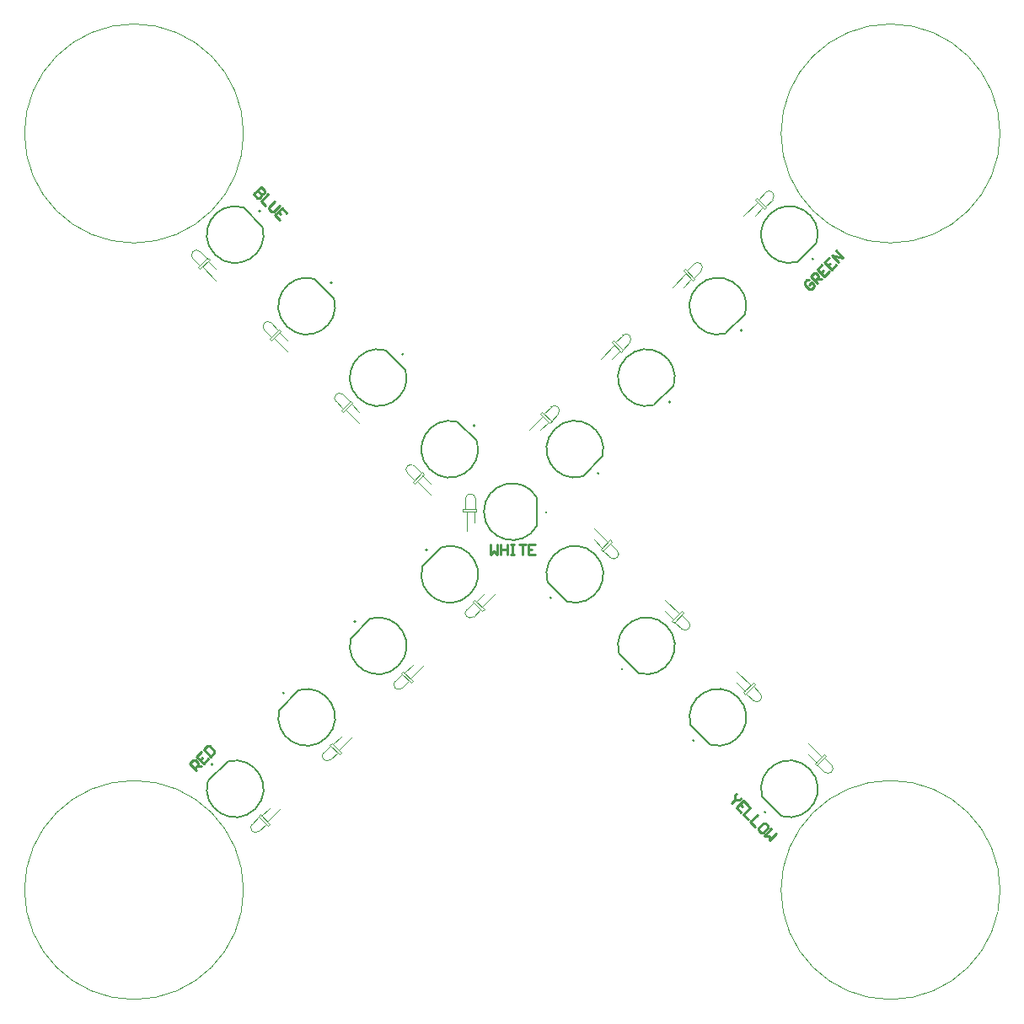
<source format=gbr>
%TF.GenerationSoftware,Altium Limited,Altium Designer,20.1.8 (145)*%
G04 Layer_Color=65535*
%FSLAX45Y45*%
%MOMM*%
%TF.SameCoordinates,71AC3D83-D9DD-4B8C-8FBF-A9C29C1C1930*%
%TF.FilePolarity,Positive*%
%TF.FileFunction,Legend,Top*%
%TF.Part,Single*%
G01*
G75*
%TA.AperFunction,NonConductor*%
%ADD45C,0.10160*%
%ADD48C,0.20320*%
%ADD77C,0.02540*%
%ADD78C,0.20000*%
%ADD79C,0.25400*%
D45*
X3137433Y-2614174D02*
G03*
X3208143Y-2543463I35355J35355D01*
G01*
X2419012Y-1895753D02*
G03*
X2489723Y-1825043I35355J35355D01*
G01*
X1700592Y-1177333D02*
G03*
X1771302Y-1106622I35355J35355D01*
G01*
X982171Y-458912D02*
G03*
X1052882Y-388202I35355J35355D01*
G01*
X-370000Y130000D02*
G03*
X-470000Y130000I-50000J0D01*
G01*
X2614174Y3137433D02*
G03*
X2543463Y3208143I-35355J35355D01*
G01*
X1895753Y2419012D02*
G03*
X1825043Y2489723I-35355J35355D01*
G01*
X458912Y982171D02*
G03*
X388202Y1052882I-35355J35355D01*
G01*
X1177333Y1700592D02*
G03*
X1106622Y1771302I-35355J35355D01*
G01*
X-982171Y458912D02*
G03*
X-1052882Y388202I-35355J-35355D01*
G01*
X-3137433Y2614174D02*
G03*
X-3208143Y2543463I-35355J-35355D01*
G01*
X-2419012Y1895753D02*
G03*
X-2489723Y1825043I-35355J-35355D01*
G01*
X-1700592Y1177333D02*
G03*
X-1771302Y1106622I-35355J-35355D01*
G01*
X-2614174Y-3137433D02*
G03*
X-2543463Y-3208143I35355J-35355D01*
G01*
X-1895753Y-2419012D02*
G03*
X-1825043Y-2489723I35355J-35355D01*
G01*
X-458912Y-982171D02*
G03*
X-388202Y-1052882I35355J-35355D01*
G01*
X-1177333Y-1700592D02*
G03*
X-1106622Y-1771302I35355J-35355D01*
G01*
X3041973Y-2532856D02*
X3059651Y-2550534D01*
X3137432Y-2437397D02*
X3155110Y-2455075D01*
X3059651Y-2550534D02*
X3155110Y-2455075D01*
X3041973Y-2532856D02*
X3137432Y-2437397D01*
X3066722Y-2543463D02*
X3137433Y-2614174D01*
X3137432Y-2472752D02*
X3208143Y-2543463D01*
X2974798Y-2324260D02*
X3112684Y-2462146D01*
X2974798Y-2437397D02*
X3056115Y-2518714D01*
X2323553Y-1814436D02*
X2341230Y-1832113D01*
X2419012Y-1718976D02*
X2436690Y-1736654D01*
X2341230Y-1832113D02*
X2436690Y-1736654D01*
X2323553Y-1814436D02*
X2419012Y-1718976D01*
X2348301Y-1825043D02*
X2419012Y-1895753D01*
X2419012Y-1754332D02*
X2489723Y-1825043D01*
X2256378Y-1605840D02*
X2394263Y-1743725D01*
X2256378Y-1718976D02*
X2337695Y-1800294D01*
X1605132Y-1096015D02*
X1622810Y-1113693D01*
X1700591Y-1000556D02*
X1718269Y-1018234D01*
X1622810Y-1113693D02*
X1718269Y-1018234D01*
X1605132Y-1096015D02*
X1700591Y-1000556D01*
X1629881Y-1106622D02*
X1700592Y-1177333D01*
X1700591Y-1035911D02*
X1771302Y-1106622D01*
X1537957Y-887419D02*
X1675843Y-1025305D01*
X1537957Y-1000556D02*
X1619274Y-1081873D01*
X886712Y-377595D02*
X904389Y-395273D01*
X982171Y-282136D02*
X999849Y-299813D01*
X904389Y-395273D02*
X999849Y-299813D01*
X886712Y-377595D02*
X982171Y-282136D01*
X911460Y-388202D02*
X982171Y-458912D01*
X982171Y-317491D02*
X1052882Y-388202D01*
X819537Y-168999D02*
X957422Y-306884D01*
X819537Y-282136D02*
X900854Y-363453D01*
X-360000Y5000D02*
Y30000D01*
X-495000Y5000D02*
Y30000D01*
X-360000D01*
X-495000Y5000D02*
X-360000D01*
X-370000Y30000D02*
Y130000D01*
X-470000Y30000D02*
Y130000D01*
X-460000Y-190000D02*
Y5000D01*
X-380000Y-110000D02*
X-380000Y5000D01*
X2532856Y3041973D02*
X2550534Y3059651D01*
X2437397Y3137432D02*
X2455075Y3155110D01*
X2550534Y3059651D01*
X2437397Y3137432D02*
X2532856Y3041973D01*
X2543463Y3066722D02*
X2614174Y3137433D01*
X2472752Y3137432D02*
X2543463Y3208143D01*
X2324260Y2974798D02*
X2462146Y3112684D01*
X2437397Y2974798D02*
X2518714Y3056115D01*
X1814436Y2323553D02*
X1832113Y2341230D01*
X1718976Y2419012D02*
X1736654Y2436690D01*
X1832113Y2341230D01*
X1718976Y2419012D02*
X1814436Y2323553D01*
X1825043Y2348301D02*
X1895753Y2419012D01*
X1754332Y2419012D02*
X1825043Y2489723D01*
X1605840Y2256378D02*
X1743725Y2394263D01*
X1718976Y2256378D02*
X1800294Y2337695D01*
X377595Y886712D02*
X395273Y904389D01*
X282136Y982171D02*
X299813Y999849D01*
X395273Y904389D01*
X282136Y982171D02*
X377595Y886712D01*
X388202Y911460D02*
X458912Y982171D01*
X317491Y982171D02*
X388202Y1052882D01*
X168999Y819537D02*
X306884Y957422D01*
X282136Y819537D02*
X363453Y900854D01*
X1096015Y1605132D02*
X1113693Y1622810D01*
X1000556Y1700591D02*
X1018234Y1718269D01*
X1113693Y1622810D01*
X1000556Y1700591D02*
X1096015Y1605132D01*
X1106622Y1629881D02*
X1177333Y1700592D01*
X1035911Y1700591D02*
X1106622Y1771302D01*
X887419Y1537957D02*
X1025305Y1675843D01*
X1000556Y1537957D02*
X1081873Y1619274D01*
X-904389Y395273D02*
X-886712Y377595D01*
X-999849Y299813D02*
X-982171Y282136D01*
X-999849Y299813D02*
X-904389Y395273D01*
X-982171Y282136D02*
X-886712Y377595D01*
X-982171Y458912D02*
X-911460Y388202D01*
X-1052882Y388202D02*
X-982171Y317491D01*
X-957422Y306884D02*
X-819537Y168999D01*
X-900854Y363453D02*
X-819537Y282136D01*
X-3059651Y2550534D02*
X-3041973Y2532856D01*
X-3155110Y2455075D02*
X-3137432Y2437397D01*
X-3155110Y2455075D02*
X-3059651Y2550534D01*
X-3137432Y2437397D02*
X-3041973Y2532856D01*
X-3137433Y2614174D02*
X-3066722Y2543463D01*
X-3208143Y2543463D02*
X-3137432Y2472752D01*
X-3112684Y2462146D02*
X-2974798Y2324260D01*
X-3056115Y2518714D02*
X-2974798Y2437397D01*
X-2341230Y1832113D02*
X-2323553Y1814436D01*
X-2436690Y1736654D02*
X-2419012Y1718976D01*
X-2436690Y1736654D02*
X-2341230Y1832113D01*
X-2419012Y1718976D02*
X-2323553Y1814436D01*
X-2419012Y1895753D02*
X-2348301Y1825043D01*
X-2489723Y1825043D02*
X-2419012Y1754332D01*
X-2394263Y1743725D02*
X-2256378Y1605840D01*
X-2337695Y1800294D02*
X-2256378Y1718976D01*
X-1622810Y1113693D02*
X-1605132Y1096015D01*
X-1718269Y1018234D02*
X-1700591Y1000556D01*
X-1718269Y1018234D02*
X-1622810Y1113693D01*
X-1700591Y1000556D02*
X-1605132Y1096015D01*
X-1700592Y1177333D02*
X-1629881Y1106622D01*
X-1771302Y1106622D02*
X-1700591Y1035911D01*
X-1675843Y1025305D02*
X-1537957Y887419D01*
X-1619274Y1081873D02*
X-1537957Y1000556D01*
X-2550534Y-3059651D02*
X-2532856Y-3041973D01*
X-2455075Y-3155110D02*
X-2437397Y-3137432D01*
X-2550534Y-3059651D02*
X-2455075Y-3155110D01*
X-2532856Y-3041973D02*
X-2437397Y-3137432D01*
X-2614174Y-3137433D02*
X-2543463Y-3066722D01*
X-2543463Y-3208143D02*
X-2472752Y-3137432D01*
X-2462146Y-3112684D02*
X-2324260Y-2974798D01*
X-2518714Y-3056115D02*
X-2437397Y-2974798D01*
X-1832113Y-2341230D02*
X-1814436Y-2323553D01*
X-1736654Y-2436690D02*
X-1718976Y-2419012D01*
X-1832113Y-2341230D02*
X-1736654Y-2436690D01*
X-1814436Y-2323553D02*
X-1718976Y-2419012D01*
X-1895753Y-2419012D02*
X-1825043Y-2348301D01*
X-1825043Y-2489723D02*
X-1754332Y-2419012D01*
X-1743725Y-2394263D02*
X-1605840Y-2256378D01*
X-1800294Y-2337695D02*
X-1718976Y-2256378D01*
X-395273Y-904389D02*
X-377595Y-886712D01*
X-299813Y-999849D02*
X-282136Y-982171D01*
X-395273Y-904389D02*
X-299813Y-999849D01*
X-377595Y-886712D02*
X-282136Y-982171D01*
X-458912Y-982171D02*
X-388202Y-911460D01*
X-388202Y-1052882D02*
X-317491Y-982171D01*
X-306884Y-957422D02*
X-168999Y-819537D01*
X-363453Y-900854D02*
X-282136Y-819537D01*
X-1113693Y-1622810D02*
X-1096015Y-1605132D01*
X-1018234Y-1718269D02*
X-1000556Y-1700591D01*
X-1113693Y-1622810D02*
X-1018234Y-1718269D01*
X-1096015Y-1605132D02*
X-1000556Y-1700591D01*
X-1177333Y-1700592D02*
X-1106622Y-1629881D01*
X-1106622Y-1771302D02*
X-1035911Y-1700591D01*
X-1025305Y-1675843D02*
X-887419Y-1537957D01*
X-1081873Y-1619274D02*
X-1000556Y-1537957D01*
D48*
X2510869Y-2864422D02*
X2703130Y-3056683D01*
X1792448Y-2146002D02*
X1984709Y-2338263D01*
X1074028Y-1427581D02*
X1266289Y-1619842D01*
X355607Y-709161D02*
X547868Y-901422D01*
X250000Y-136095D02*
Y135803D01*
X2864422Y2510869D02*
X3056683Y2703130D01*
X2146002Y1792448D02*
X2338263Y1984709D01*
X709161Y355607D02*
X901422Y547868D01*
X1427581Y1074028D02*
X1619842Y1266289D01*
X-547868Y901422D02*
X-355607Y709161D01*
X-2703130Y3056683D02*
X-2510869Y2864422D01*
X-1984709Y2338263D02*
X-1792448Y2146002D01*
X-1266289Y1619842D02*
X-1074028Y1427581D01*
X-3056683Y-2703130D02*
X-2864422Y-2510869D01*
X-2338263Y-1984709D02*
X-2146002Y-1792448D01*
X-901422Y-547868D02*
X-709161Y-355607D01*
X-1619842Y-1266289D02*
X-1427581Y-1074028D01*
D77*
X-2700000Y-3800000D02*
G03*
X-2700000Y-3800000I-1100000J0D01*
G01*
X4900000D02*
G03*
X4900000Y-3800000I-1100000J0D01*
G01*
X-2700000Y3800000D02*
G03*
X-2700000Y3800000I-1100000J0D01*
G01*
X4900000D02*
G03*
X4900000Y3800000I-1100000J0D01*
G01*
D78*
X2545892Y-3019063D02*
G03*
X2545892Y-3019063I-7237J0D01*
G01*
X2704804Y-3057690D02*
G03*
X2510033Y-2862830I79076J273810D01*
G01*
X1827471Y-2300643D02*
G03*
X1827471Y-2300643I-7237J0D01*
G01*
X1986383Y-2339269D02*
G03*
X1791613Y-2144410I79076J273810D01*
G01*
X1109051Y-1582222D02*
G03*
X1109051Y-1582222I-7237J0D01*
G01*
X1267963Y-1620849D02*
G03*
X1073192Y-1425990I79076J273810D01*
G01*
X390630Y-863802D02*
G03*
X390630Y-863802I-7237J0D01*
G01*
X549542Y-902428D02*
G03*
X354772Y-707569I79076J273810D01*
G01*
X346937Y-7100D02*
G03*
X346937Y-7100I-7237J0D01*
G01*
X249528Y137698D02*
G03*
X249465Y-137812I-249528J-137698D01*
G01*
X3026300Y2538655D02*
G03*
X3026300Y2538655I-7237J0D01*
G01*
X3057690Y2704804D02*
G03*
X2862830Y2510033I-273810J79076D01*
G01*
X2307880Y1820234D02*
G03*
X2307880Y1820234I-7237J0D01*
G01*
X2339269Y1986383D02*
G03*
X2144410Y1791613I-273810J79076D01*
G01*
X871039Y383393D02*
G03*
X871039Y383393I-7237J0D01*
G01*
X902428Y549542D02*
G03*
X707569Y354772I-273810J79076D01*
G01*
X1589459Y1101814D02*
G03*
X1589459Y1101814I-7237J0D01*
G01*
X1620849Y1267963D02*
G03*
X1425990Y1073192I-273810J79076D01*
G01*
X-549542Y902428D02*
G03*
X-354772Y707569I-79076J-273810D01*
G01*
X-376156Y863802D02*
G03*
X-376156Y863802I-7237J0D01*
G01*
X-2704804Y3057690D02*
G03*
X-2510033Y2862830I-79076J-273810D01*
G01*
X-2531418Y3019063D02*
G03*
X-2531418Y3019063I-7237J0D01*
G01*
X-1986383Y2339269D02*
G03*
X-1791613Y2144410I-79076J-273810D01*
G01*
X-1812997Y2300643D02*
G03*
X-1812997Y2300643I-7237J0D01*
G01*
X-1267963Y1620849D02*
G03*
X-1073192Y1425990I-79076J-273810D01*
G01*
X-1094577Y1582222D02*
G03*
X-1094577Y1582222I-7237J0D01*
G01*
X-3011826Y-2538655D02*
G03*
X-3011826Y-2538655I-7237J0D01*
G01*
X-3057690Y-2704804D02*
G03*
X-2862830Y-2510033I273810J-79076D01*
G01*
X-2293406Y-1820234D02*
G03*
X-2293406Y-1820234I-7237J0D01*
G01*
X-2339269Y-1986383D02*
G03*
X-2144410Y-1791613I273810J-79076D01*
G01*
X-856565Y-383393D02*
G03*
X-856565Y-383393I-7237J0D01*
G01*
X-902428Y-549542D02*
G03*
X-707569Y-354772I273810J-79076D01*
G01*
X-1574985Y-1101814D02*
G03*
X-1574985Y-1101814I-7237J0D01*
G01*
X-1620849Y-1267963D02*
G03*
X-1425990Y-1073192I273810J-79076D01*
G01*
D79*
X-217307Y-328476D02*
Y-428444D01*
X-183985Y-395121D01*
X-150662Y-428444D01*
Y-328476D01*
X-117340D02*
Y-428444D01*
Y-378460D01*
X-50695D01*
Y-328476D01*
Y-428444D01*
X-17372Y-328476D02*
X15951D01*
X-710D01*
Y-428444D01*
X-17372D01*
X15951D01*
X65935Y-328476D02*
X132580D01*
X99257D01*
Y-428444D01*
X232547Y-328476D02*
X165902D01*
Y-428444D01*
X232547D01*
X165902Y-378460D02*
X199225D01*
X-3170407Y-2601014D02*
X-3241095Y-2530326D01*
X-3205751Y-2494983D01*
X-3182188D01*
X-3158625Y-2518545D01*
Y-2542108D01*
X-3193969Y-2577452D01*
X-3170407Y-2553889D02*
X-3123282D01*
Y-2412513D02*
X-3170407Y-2459638D01*
X-3099719Y-2530326D01*
X-3052594Y-2483201D01*
X-3135063Y-2494983D02*
X-3111500Y-2471420D01*
X-3099719Y-2388951D02*
X-3029031Y-2459638D01*
X-2993687Y-2424295D01*
X-2993687Y-2400732D01*
X-3040812Y-2353607D01*
X-3064375Y-2353607D01*
X-3099719Y-2388951D01*
X2250602Y-2832694D02*
X2238820Y-2844475D01*
Y-2891601D01*
X2285946D01*
X2297727Y-2879819D01*
X2238820Y-2891601D02*
X2203476Y-2926944D01*
X2368415Y-2950507D02*
X2321290Y-2903382D01*
X2250602Y-2974070D01*
X2297727Y-3021195D01*
X2285946Y-2938726D02*
X2309508Y-2962288D01*
X2391978Y-2974070D02*
X2321290Y-3044758D01*
X2368415Y-3091883D01*
X2462665Y-3044758D02*
X2391978Y-3115446D01*
X2439103Y-3162571D01*
X2568697Y-3150789D02*
X2545135Y-3127227D01*
X2521572D01*
X2474447Y-3174352D01*
Y-3197915D01*
X2498009Y-3221477D01*
X2521572Y-3221477D01*
X2568697Y-3174352D01*
X2568697Y-3150789D01*
X2604041Y-3186133D02*
X2533353Y-3256821D01*
X2580478D01*
Y-3303946D01*
X2651166Y-3233258D01*
X2982824Y2328909D02*
X2959262D01*
X2935699Y2305347D01*
Y2281784D01*
X2982824Y2234659D01*
X3006387D01*
X3029949Y2258222D01*
Y2281784D01*
X3006387Y2305347D01*
X2982824Y2281784D01*
X3065293Y2293566D02*
X2994605Y2364254D01*
X3029949Y2399597D01*
X3053512Y2399597D01*
X3077075Y2376035D01*
Y2352472D01*
X3041731Y2317128D01*
X3065293Y2340691D02*
X3112418D01*
Y2482067D02*
X3065293Y2434942D01*
X3135981Y2364254D01*
X3183106Y2411379D01*
X3100637Y2399597D02*
X3124200Y2423160D01*
X3183106Y2552754D02*
X3135981Y2505629D01*
X3206669Y2434942D01*
X3253794Y2482067D01*
X3171325Y2470285D02*
X3194888Y2493848D01*
X3277357Y2505629D02*
X3206669Y2576317D01*
X3324482Y2552754D01*
X3253794Y2623442D01*
X-2525031Y3261198D02*
X-2595718Y3190510D01*
X-2560375Y3155166D01*
X-2536812D01*
X-2525031Y3166948D01*
X-2525031Y3190510D01*
X-2560375Y3225854D01*
X-2525031Y3190510D01*
X-2501468D01*
X-2489687Y3202292D01*
Y3225854D01*
X-2525031Y3261198D01*
X-2454343Y3190510D02*
X-2525031Y3119822D01*
X-2477905Y3072697D01*
X-2383655Y3119822D02*
X-2442561Y3060916D01*
Y3037353D01*
X-2418999Y3013791D01*
X-2395436Y3013791D01*
X-2336529Y3072697D01*
X-2265842Y3002009D02*
X-2312967Y3049134D01*
X-2383655Y2978446D01*
X-2336529Y2931321D01*
X-2348311Y3013791D02*
X-2324748Y2990228D01*
%TF.MD5,ec76c329d9434d2c71e3ede998e320d5*%
M02*

</source>
